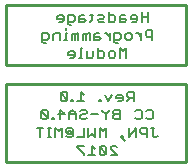
<source format=gbo>
G75*
%MOIN*%
%OFA0B0*%
%FSLAX24Y24*%
%IPPOS*%
%LPD*%
%AMOC8*
5,1,8,0,0,1.08239X$1,22.5*
%
%ADD10C,0.0070*%
%ADD11C,0.0100*%
D10*
X005961Y009025D02*
X005961Y009355D01*
X006071Y009355D02*
X005850Y009355D01*
X006059Y009625D02*
X006169Y009625D01*
X006224Y009680D01*
X006004Y009900D01*
X006004Y009680D01*
X006059Y009625D01*
X006224Y009680D02*
X006224Y009900D01*
X006169Y009955D01*
X006059Y009955D01*
X006004Y009900D01*
X006353Y009680D02*
X006353Y009625D01*
X006408Y009625D01*
X006408Y009680D01*
X006353Y009680D01*
X006556Y009790D02*
X006777Y009790D01*
X006611Y009955D01*
X006611Y009625D01*
X006684Y009355D02*
X006574Y009245D01*
X006464Y009355D01*
X006464Y009025D01*
X006316Y009025D02*
X006206Y009025D01*
X006261Y009025D02*
X006261Y009355D01*
X006316Y009355D02*
X006206Y009355D01*
X006684Y009355D02*
X006684Y009025D01*
X006833Y009080D02*
X006888Y009025D01*
X006998Y009025D01*
X007053Y009080D01*
X007053Y009300D01*
X006998Y009355D01*
X006888Y009355D01*
X006833Y009300D01*
X006833Y009190D01*
X006888Y009135D01*
X006888Y009245D01*
X006998Y009245D01*
X006998Y009135D01*
X006888Y009135D01*
X007201Y009025D02*
X007421Y009025D01*
X007421Y009355D01*
X007569Y009355D02*
X007569Y009025D01*
X007679Y009135D01*
X007789Y009025D01*
X007789Y009355D01*
X007938Y009355D02*
X007938Y009025D01*
X008158Y009025D02*
X008158Y009355D01*
X008048Y009245D01*
X007938Y009355D01*
X008140Y009625D02*
X008140Y009790D01*
X008030Y009900D01*
X008030Y009955D01*
X008140Y009790D02*
X008250Y009900D01*
X008250Y009955D01*
X008398Y009900D02*
X008398Y009845D01*
X008453Y009790D01*
X008618Y009790D01*
X008618Y009625D02*
X008618Y009955D01*
X008453Y009955D01*
X008398Y009900D01*
X008453Y009790D02*
X008398Y009735D01*
X008398Y009680D01*
X008453Y009625D01*
X008618Y009625D01*
X008920Y009355D02*
X008920Y009025D01*
X009140Y009355D01*
X009140Y009025D01*
X009288Y009190D02*
X009288Y009300D01*
X009343Y009355D01*
X009508Y009355D01*
X009508Y009025D01*
X009508Y009135D02*
X009343Y009135D01*
X009288Y009190D01*
X009656Y009355D02*
X009766Y009355D01*
X009711Y009355D02*
X009711Y009080D01*
X009766Y009025D01*
X009821Y009025D01*
X009877Y009080D01*
X009668Y009625D02*
X009558Y009625D01*
X009503Y009680D01*
X009355Y009680D02*
X009300Y009625D01*
X009190Y009625D01*
X009135Y009680D01*
X009135Y009900D02*
X009190Y009955D01*
X009300Y009955D01*
X009355Y009900D01*
X009355Y009680D01*
X009503Y009900D02*
X009558Y009955D01*
X009668Y009955D01*
X009723Y009900D01*
X009723Y009680D01*
X009668Y009625D01*
X009079Y010225D02*
X009079Y010555D01*
X008913Y010555D01*
X008858Y010500D01*
X008858Y010390D01*
X008913Y010335D01*
X009079Y010335D01*
X008968Y010335D02*
X008858Y010225D01*
X008710Y010280D02*
X008710Y010390D01*
X008655Y010445D01*
X008545Y010445D01*
X008490Y010390D01*
X008490Y010335D01*
X008710Y010335D01*
X008710Y010280D02*
X008655Y010225D01*
X008545Y010225D01*
X008342Y010445D02*
X008232Y010225D01*
X008122Y010445D01*
X007974Y010280D02*
X007919Y010280D01*
X007919Y010225D01*
X007974Y010225D01*
X007974Y010280D01*
X007881Y009790D02*
X007661Y009790D01*
X007513Y009845D02*
X007458Y009790D01*
X007348Y009790D01*
X007293Y009735D01*
X007293Y009680D01*
X007348Y009625D01*
X007458Y009625D01*
X007513Y009680D01*
X007513Y009845D02*
X007513Y009900D01*
X007458Y009955D01*
X007348Y009955D01*
X007293Y009900D01*
X007145Y009845D02*
X007145Y009625D01*
X007145Y009790D02*
X006925Y009790D01*
X006925Y009845D02*
X006925Y009625D01*
X006925Y009845D02*
X007035Y009955D01*
X007145Y009845D01*
X007201Y010225D02*
X007421Y010225D01*
X007311Y010225D02*
X007311Y010555D01*
X007421Y010445D01*
X007053Y010280D02*
X006998Y010280D01*
X006998Y010225D01*
X007053Y010225D01*
X007053Y010280D01*
X006869Y010280D02*
X006869Y010500D01*
X006814Y010555D01*
X006703Y010555D01*
X006648Y010500D01*
X006869Y010280D01*
X006814Y010225D01*
X006703Y010225D01*
X006648Y010280D01*
X006648Y010500D01*
X006949Y011675D02*
X007059Y011675D01*
X007114Y011730D01*
X007114Y011840D01*
X007059Y011895D01*
X006949Y011895D01*
X006894Y011840D01*
X006894Y011785D01*
X007114Y011785D01*
X007250Y011675D02*
X007360Y011675D01*
X007305Y011675D02*
X007305Y012005D01*
X007360Y012005D01*
X007508Y011895D02*
X007508Y011675D01*
X007673Y011675D01*
X007728Y011730D01*
X007728Y011895D01*
X007876Y011895D02*
X008041Y011895D01*
X008096Y011840D01*
X008096Y011730D01*
X008041Y011675D01*
X007876Y011675D01*
X007876Y012005D01*
X007919Y012275D02*
X007753Y012275D01*
X007753Y012440D01*
X007808Y012495D01*
X007919Y012495D01*
X007919Y012385D02*
X007753Y012385D01*
X007919Y012385D02*
X007974Y012330D01*
X007919Y012275D01*
X008115Y012495D02*
X008170Y012495D01*
X008280Y012385D01*
X008280Y012275D02*
X008280Y012495D01*
X008429Y012495D02*
X008429Y012220D01*
X008484Y012164D01*
X008539Y012164D01*
X008594Y012275D02*
X008429Y012275D01*
X008594Y012275D02*
X008649Y012330D01*
X008649Y012440D01*
X008594Y012495D01*
X008429Y012495D01*
X008410Y012875D02*
X008244Y012875D01*
X008244Y013205D01*
X008244Y013095D02*
X008410Y013095D01*
X008465Y013040D01*
X008465Y012930D01*
X008410Y012875D01*
X008613Y012875D02*
X008613Y013040D01*
X008668Y013095D01*
X008778Y013095D01*
X008778Y012985D02*
X008613Y012985D01*
X008613Y012875D02*
X008778Y012875D01*
X008833Y012930D01*
X008778Y012985D01*
X008981Y012985D02*
X009201Y012985D01*
X009201Y013040D02*
X009146Y013095D01*
X009036Y013095D01*
X008981Y013040D01*
X008981Y012985D01*
X009036Y012875D02*
X009146Y012875D01*
X009201Y012930D01*
X009201Y013040D01*
X009349Y013040D02*
X009570Y013040D01*
X009570Y012875D02*
X009570Y013205D01*
X009349Y013205D02*
X009349Y012875D01*
X009527Y012605D02*
X009472Y012550D01*
X009472Y012440D01*
X009527Y012385D01*
X009692Y012385D01*
X009692Y012275D02*
X009692Y012605D01*
X009527Y012605D01*
X009324Y012495D02*
X009324Y012275D01*
X009324Y012385D02*
X009214Y012495D01*
X009159Y012495D01*
X009017Y012440D02*
X009017Y012330D01*
X008962Y012275D01*
X008852Y012275D01*
X008797Y012330D01*
X008797Y012440D01*
X008852Y012495D01*
X008962Y012495D01*
X009017Y012440D01*
X008833Y012005D02*
X008723Y011895D01*
X008613Y012005D01*
X008613Y011675D01*
X008465Y011730D02*
X008465Y011840D01*
X008410Y011895D01*
X008300Y011895D01*
X008244Y011840D01*
X008244Y011730D01*
X008300Y011675D01*
X008410Y011675D01*
X008465Y011730D01*
X008833Y011675D02*
X008833Y012005D01*
X008096Y012875D02*
X007931Y012875D01*
X007876Y012930D01*
X007931Y012985D01*
X008041Y012985D01*
X008096Y013040D01*
X008041Y013095D01*
X007876Y013095D01*
X007728Y013095D02*
X007618Y013095D01*
X007673Y013150D02*
X007673Y012930D01*
X007618Y012875D01*
X007482Y012930D02*
X007427Y012985D01*
X007262Y012985D01*
X007262Y013040D02*
X007262Y012875D01*
X007427Y012875D01*
X007482Y012930D01*
X007427Y013095D02*
X007317Y013095D01*
X007262Y013040D01*
X007114Y013040D02*
X007114Y012930D01*
X007059Y012875D01*
X006894Y012875D01*
X006894Y012820D02*
X006894Y013095D01*
X007059Y013095D01*
X007114Y013040D01*
X007004Y012764D02*
X006949Y012764D01*
X006894Y012820D01*
X006814Y012660D02*
X006814Y012605D01*
X006814Y012495D02*
X006814Y012275D01*
X006869Y012275D02*
X006759Y012275D01*
X006623Y012275D02*
X006623Y012495D01*
X006458Y012495D01*
X006403Y012440D01*
X006403Y012275D01*
X006255Y012330D02*
X006255Y012440D01*
X006200Y012495D01*
X006035Y012495D01*
X006035Y012220D01*
X006090Y012164D01*
X006145Y012164D01*
X006200Y012275D02*
X006035Y012275D01*
X006200Y012275D02*
X006255Y012330D01*
X006581Y012875D02*
X006691Y012875D01*
X006746Y012930D01*
X006746Y013040D01*
X006691Y013095D01*
X006581Y013095D01*
X006526Y013040D01*
X006526Y012985D01*
X006746Y012985D01*
X006814Y012495D02*
X006869Y012495D01*
X007017Y012440D02*
X007017Y012275D01*
X007127Y012275D02*
X007127Y012440D01*
X007072Y012495D01*
X007017Y012440D01*
X007127Y012440D02*
X007182Y012495D01*
X007237Y012495D01*
X007237Y012275D01*
X007385Y012275D02*
X007385Y012440D01*
X007440Y012495D01*
X007495Y012440D01*
X007495Y012275D01*
X007605Y012275D02*
X007605Y012495D01*
X007550Y012495D01*
X007495Y012440D01*
X008661Y009080D02*
X008717Y009080D01*
X008717Y009025D01*
X008661Y009025D01*
X008661Y009080D01*
X008661Y009025D02*
X008772Y008914D01*
X008526Y008700D02*
X008471Y008755D01*
X008361Y008755D01*
X008306Y008700D01*
X008306Y008645D01*
X008526Y008425D01*
X008306Y008425D01*
X008158Y008480D02*
X007938Y008700D01*
X007938Y008480D01*
X007993Y008425D01*
X008103Y008425D01*
X008158Y008480D01*
X008158Y008700D01*
X008103Y008755D01*
X007993Y008755D01*
X007938Y008700D01*
X007789Y008645D02*
X007679Y008755D01*
X007679Y008425D01*
X007789Y008425D02*
X007569Y008425D01*
X007421Y008425D02*
X007421Y008480D01*
X007201Y008700D01*
X007201Y008755D01*
X007421Y008755D01*
D11*
X004824Y008190D02*
X010824Y008190D01*
X010824Y010815D01*
X004824Y010815D01*
X004824Y008190D01*
X004824Y011440D02*
X010824Y011440D01*
X010824Y013440D01*
X004824Y013440D01*
X004824Y011440D01*
M02*

</source>
